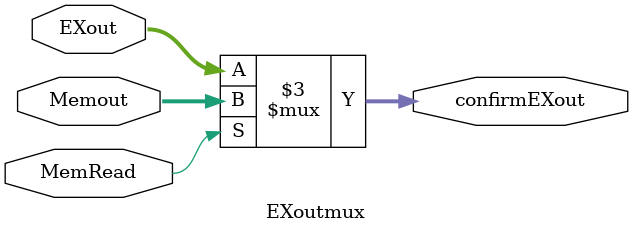
<source format=v>
module _32bitMux(
input [31:0]A,
input [31:0]B,
input s,
output [31:0]result
);
assign result = (s==1)?A:((s==0)?B:31'bz);
endmodule

module _5bitMux(
input [4:0]A,//rd
input [4:0]B,//rt
input s,
input p,
output [4:0]result
);
assign result = (p==1)?((s==1)?A:((s==0)?B:5'bz)):5'b00000;
endmodule

module sigCtrlMux(
input RegDst_,
input RegWrite_,
input ALUSrc_,
input MemRead_,
input MemWrite_,
input MentoReg_,
input [3:0] ALUOp_,
	input [2:0] Loadop_,
    input [1:0] Saveop_,
	input ALUjumplink_,
output reg RegDst,
output reg RegWrite,
output reg ALUSrc,
output reg MemRead,
output reg MemWrite,
output reg MentoReg,
output reg [3:0] ALUOp,
	output reg [2:0] Loadop,
    output reg [1:0] Saveop,
	output reg ALUjumplink,
input riskSig
);
always @(*)begin
	if(riskSig)begin
		 RegDst = 1'b0;
		 RegWrite = 1'b0;
		 ALUSrc = 1'b0;
		 MemRead = 1'b0;
		 MemWrite = 1'b0;
		 MentoReg = 1'b0;
		 ALUOp = 4'b1111;
		 Loadop = 3'b000;
		 Saveop = 2'b00;
		 ALUjumplink =  1'b0;
	end
	else begin
		 RegDst = RegDst_;
		 RegWrite = RegWrite_;
		 ALUSrc = ALUSrc_;
		 MemRead = MemRead_;
		 MemWrite = MemWrite_;
		 MentoReg = MentoReg_;
		 ALUOp = ALUOp_;
		 Loadop = Loadop_;
		 Saveop = Saveop_;
		 ALUjumplink = ALUjumplink_;
	end
end
endmodule

module ALUmux(
	input [1:0]ctrl,
	input [31:0]source,
	input [31:0]aluAns,
	input [31:0]memAns,
	output reg [31:0] out
);
always @(*)begin
	case(ctrl)
		2'b00:out=source;
		2'b01:out=aluAns;
		2'b10:out=memAns;
		default:out=source;
	endcase
end
endmodule

module ALUmux_(
	input [1:0]ctrl,
	input [31:0]source,
	input [31:0]aluAns,
	input [31:0]memAns,
	input [3:0] ALUOp,
	output reg [31:0] out
);
always @(*)begin
	if(ALUOp!=4'b0111)begin
	case(ctrl)
		2'b00:out=source;
		2'b01:out=aluAns;
		2'b10:out=memAns;
		default:out=source;
	endcase
	end
	else out = source;
end
endmodule


module Jumpmux(
	input [4:0] source,//[15:11](rd)
	input [1:0] jumpType,
	output reg [4:0] out
);
always @(*)begin
	if(jumpType==2'b01)
		out = 5'b11111;
	else 
		out = source;
end
endmodule


module Regoutmux(
	input [31:0] data,
	input [1:0] s,
	input [31:0]memAns,
	output reg [31:0] Data
);
	always @(*)begin
		case(s)
		2'b00:Data=data;
		2'b10:Data=memAns;
		default:Data=data;
		endcase
	end
endmodule

module EXoutmux(
	input MemRead,
	input [31:0] EXout,
	input [31:0] Memout,
	output reg [31:0] confirmEXout
);
	always @(*)begin
		if(MemRead) confirmEXout = Memout;
		else confirmEXout = EXout;
	end
	
endmodule

</source>
